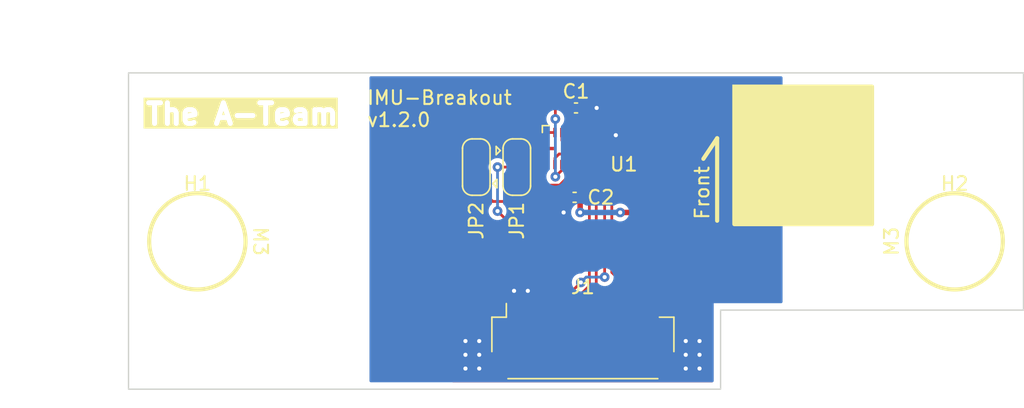
<source format=kicad_pcb>
(kicad_pcb (version 20221018) (generator pcbnew)
  (layers (0 "F.Cu" signal) (31 "B.Cu" signal) (34 "B.Paste" user) (35 "F.Paste" user) (36 "B.SilkS" user "B.Silkscreen") (37 "F.SilkS" user "F.Silkscreen") (38 "B.Mask" user) (39 "F.Mask" user) (44 "Edge.Cuts" user))
  (net 0 "")
  (net 1 "GND")
  (net 2 "+3V3")
  (net 3 "/IMU.INT2")
  (net 4 "/IMU.~{SS}2")
  (net 5 "/IMU.MOSI")
  (net 6 "/IMU.MISO")
  (net 7 "/INT1_ACCINT1")
  (net 8 "/INT4_GYROINT2")
  (net 9 "/IMU.~{SS}1")
  (net 10 "/IMU.INT1")
  (net 12 "/IMU.SCK")
  (net 13 "/INT3_GYROINT1")
  (net 14 "/INT2_ACCINT2")
  (footprint "Capacitor_SMD:C_0402_1005Metric" (layer "F.Cu") (at 118.07 86.6 180)
    (fp_text reference "C2" (at -1.9 0) (layer "F.SilkS"))
    (fp_text value "0.1uF 63V")
    (fp_line (start -0.107836 -0.36) (end 0.107836 -0.36) (stroke (width 0.12)) (layer "F.SilkS"))
    (fp_line (start -0.107836 0.36) (end 0.107836 0.36) (stroke (width 0.12)) (layer "F.SilkS"))
    (pad "1" smd roundrect (at -0.48 0 180) (size 0.56 0.62) (layers "F.Cu" "F.Paste" "F.Mask") (net 2 "+3V3"))
    (pad "2" smd roundrect (at 0.48 0 180) (size 0.56 0.62) (layers "F.Cu" "F.Paste" "F.Mask") (net 1 "GND"))
  )
  (footprint "Connector_JST:JST_SH_SM11B-SRSS-TB_1x11-1MP_P1.00mm_Horizontal" (layer "F.Cu") (at 118.67 97.1)
    (fp_text reference "J1" (at 0 -3.98) (layer "F.SilkS"))
    (fp_text value "BM11B-SRSS-TB")
    (fp_line (start -6.61 -1.785) (end -5.56 -1.785) (stroke (width 0.12)) (layer "F.SilkS"))
    (fp_line (start -6.61 0.715) (end -6.61 -1.785) (stroke (width 0.12)) (layer "F.SilkS"))
    (fp_line (start -5.56 -1.785) (end -5.56 -2.775) (stroke (width 0.12)) (layer "F.SilkS"))
    (fp_line (start -5.44 2.685) (end 5.44 2.685) (stroke (width 0.12)) (layer "F.SilkS"))
    (fp_line (start 6.61 -1.785) (end 5.56 -1.785) (stroke (width 0.12)) (layer "F.SilkS"))
    (fp_line (start 6.61 0.715) (end 6.61 -1.785) (stroke (width 0.12)) (layer "F.SilkS"))
    (pad "1" smd roundrect (at -5 -2) (size 0.6 1.55) (layers "F.Cu" "F.Paste" "F.Mask") (net 1 "GND"))
    (pad "2" smd roundrect (at -4 -2) (size 0.6 1.55) (layers "F.Cu" "F.Paste" "F.Mask") (net 1 "GND"))
    (pad "3" smd roundrect (at -3 -2) (size 0.6 1.55) (layers "F.Cu" "F.Paste" "F.Mask") (net 3 "/IMU.INT2"))
    (pad "4" smd roundrect (at -2 -2) (size 0.6 1.55) (layers "F.Cu" "F.Paste" "F.Mask") (net 10 "/IMU.INT1"))
    (pad "5" smd roundrect (at -1 -2) (size 0.6 1.55) (layers "F.Cu" "F.Paste" "F.Mask") (net 12 "/IMU.SCK"))
    (pad "6" smd roundrect (at 0 -2) (size 0.6 1.55) (layers "F.Cu" "F.Paste" "F.Mask") (net 6 "/IMU.MISO"))
    (pad "7" smd roundrect (at 1 -2) (size 0.6 1.55) (layers "F.Cu" "F.Paste" "F.Mask") (net 5 "/IMU.MOSI"))
    (pad "8" smd roundrect (at 2 -2) (size 0.6 1.55) (layers "F.Cu" "F.Paste" "F.Mask"))
    (pad "9" smd roundrect (at 3 -2) (size 0.6 1.55) (layers "F.Cu" "F.Paste" "F.Mask") (net 4 "/IMU.~{SS}2"))
    (pad "10" smd roundrect (at 4 -2) (size 0.6 1.55) (layers "F.Cu" "F.Paste" "F.Mask") (net 9 "/IMU.~{SS}1"))
    (pad "11" smd roundrect (at 5 -2) (size 0.6 1.55) (layers "F.Cu" "F.Paste" "F.Mask") (net 2 "+3V3"))
    (pad "MP" smd roundrect (at -6.3 1.875) (size 1.2 1.8) (layers "F.Cu" "F.Paste" "F.Mask") (roundrect_rratio 0.2083333333) (net 1 "GND"))
    (pad "MP" smd roundrect (at 6.3 1.875) (size 1.2 1.8) (layers "F.Cu" "F.Paste" "F.Mask") (roundrect_rratio 0.2083333333) (net 1 "GND"))
  )
  (footprint "MountingHole:MountingHole_3.2mm_M3" (layer "F.Cu") (at 90.67 89.8)
    (fp_text reference "H1" (at 0 -4.2) (layer "F.SilkS"))
    (fp_text value "M3")
    (pad "" np_thru_hole circle (at 0 0) (size 3.2 3.2) (drill 3.2) (layers "*.Cu" "*.Mask"))
  )
  (footprint "AT-IMU:LGA-16_3.0x4.5x0.95mm" (layer "F.Cu") (at 118.14 83.05)
    (fp_text reference "U1" (at 3.5 1.15) (layer "F.SilkS"))
    (fp_text value "BMI085")
    (fp_line (start -2.415 -1.665) (end -1.915 -1.665) (stroke (width 0.12)) (layer "F.SilkS"))
    (fp_line (start -2.415 -1.165) (end -2.415 -1.665) (stroke (width 0.12)) (layer "F.SilkS"))
    (pad "1" smd rect (at -1.5 -1.165) (size 0.25 0.675) (layers "F.Cu" "F.Paste" "F.Mask") (net 14 "/INT2_ACCINT2"))
    (pad "2" smd rect (at -1 -1.165) (size 0.25 0.675) (layers "F.Cu" "F.Paste" "F.Mask") (net 1 "GND"))
    (pad "3" smd rect (at -0.5 -1.165) (size 0.25 0.675) (layers "F.Cu" "F.Paste" "F.Mask") (net 2 "+3V3"))
    (pad "4" smd rect (at 0 -1.165) (size 0.25 0.675) (layers "F.Cu" "F.Paste" "F.Mask") (net 1 "GND"))
    (pad "5" smd rect (at 0.5 -1.165) (size 0.25 0.675) (layers "F.Cu" "F.Paste" "F.Mask") (net 4 "/IMU.~{SS}2"))
    (pad "6" smd rect (at 1 -1.165) (size 0.25 0.675) (layers "F.Cu" "F.Paste" "F.Mask") (net 1 "GND"))
    (pad "7" smd rect (at 1.5 -1.165) (size 0.25 0.675) (layers "F.Cu" "F.Paste" "F.Mask") (net 1 "GND"))
    (pad "8" smd rect (at 1.915 0 270) (size 0.25 0.675) (layers "F.Cu" "F.Paste" "F.Mask") (net 12 "/IMU.SCK"))
    (pad "9" smd rect (at 1.5 1.165) (size 0.25 0.675) (layers "F.Cu" "F.Paste" "F.Mask") (net 5 "/IMU.MOSI"))
    (pad "10" smd rect (at 1 1.165) (size 0.25 0.675) (layers "F.Cu" "F.Paste" "F.Mask") (net 6 "/IMU.MISO"))
    (pad "11" smd rect (at 0.5 1.165) (size 0.25 0.675) (layers "F.Cu" "F.Paste" "F.Mask") (net 2 "+3V3"))
    (pad "12" smd rect (at 0 1.165) (size 0.25 0.675) (layers "F.Cu" "F.Paste" "F.Mask") (net 13 "/INT3_GYROINT1"))
    (pad "13" smd rect (at -0.5 1.165) (size 0.25 0.675) (layers "F.Cu" "F.Paste" "F.Mask") (net 8 "/INT4_GYROINT2"))
    (pad "14" smd rect (at -1 1.165) (size 0.25 0.675) (layers "F.Cu" "F.Paste" "F.Mask") (net 9 "/IMU.~{SS}1"))
    (pad "15" smd rect (at -1.5 1.165) (size 0.25 0.675) (layers "F.Cu" "F.Paste" "F.Mask") (net 6 "/IMU.MISO"))
    (pad "16" smd rect (at -1.915 0 90) (size 0.25 0.675) (layers "F.Cu" "F.Paste" "F.Mask") (net 7 "/INT1_ACCINT1"))
  )
  (footprint "Jumper:SolderJumper-3_P1.3mm_Bridged12_RoundedPad1.0x1.5mm" (layer "F.Cu") (at 110.9275 84.4 90)
    (fp_text reference "JP2" (at -3.9 0 90) (layer "F.SilkS"))
    (fp_text value "SolderJumper_3_Bridged12")
    (fp_poly (pts (xy -0.9 -0.3) (xy -0.4 -0.3) (xy -0.4 0.3) (xy -0.9 0.3)) (fill solid) (layer "F.Cu"))
    (fp_line (start -2.05 0.3) (end -2.05 -0.3) (stroke (width 0.12)) (layer "F.SilkS"))
    (fp_line (start -1.5 1.5) (end -0.9 1.5) (stroke (width 0.12)) (layer "F.SilkS"))
    (fp_line (start -1.4 -1) (end 1.4 -1) (stroke (width 0.12)) (layer "F.SilkS"))
    (fp_line (start -1.2 1.2) (end -1.5 1.5) (stroke (width 0.12)) (layer "F.SilkS"))
    (fp_line (start -1.2 1.2) (end -0.9 1.5) (stroke (width 0.12)) (layer "F.SilkS"))
    (fp_line (start 1.4 1) (end -1.4 1) (stroke (width 0.12)) (layer "F.SilkS"))
    (fp_line (start 2.05 -0.3) (end 2.05 0.3) (stroke (width 0.12)) (layer "F.SilkS"))
    (fp_arc (start -2.05 -0.3) (mid -1.844975 -0.794975) (end -1.35 -1) (stroke (width 0.12)) (layer "F.SilkS"))
    (fp_arc (start -1.35 1) (mid -1.844975 0.794975) (end -2.05 0.3) (stroke (width 0.12)) (layer "F.SilkS"))
    (fp_arc (start 1.35 -1) (mid 1.844975 -0.794975) (end 2.05 -0.3) (stroke (width 0.12)) (layer "F.SilkS"))
    (fp_arc (start 2.05 0.3) (mid 1.844975 0.794975) (end 1.35 1) (stroke (width 0.12)) (layer "F.SilkS"))
    (pad "1" smd custom (at -1.3 0 90) (size 1 0.5) (layers "F.Cu" "F.Mask") (net 13 "/INT3_GYROINT1") (options (clearance outline) (anchor rect)) (primitives (gr_circle (center 0 0.25) (end 0.5 0.25) (width 0) (fill yes)) (gr_circle (center 0 -0.25) (end 0.5 -0.25) (width 0) (fill yes)) (gr_poly (pts (xy 0.55 0.75) (xy 0 0.75) (xy 0 -0.75) (xy 0.55 -0.75)) (width 0) (fill yes))))
    (pad "2" smd rect (at 0 0 90) (size 1 1.5) (layers "F.Cu" "F.Mask") (net 3 "/IMU.INT2"))
    (pad "3" smd custom (at 1.3 0 90) (size 1 0.5) (layers "F.Cu" "F.Mask") (net 14 "/INT2_ACCINT2") (options (clearance outline) (anchor rect)) (primitives (gr_circle (center 0 0.25) (end 0.5 0.25) (width 0) (fill yes)) (gr_circle (center 0 -0.25) (end 0.5 -0.25) (width 0) (fill yes)) (gr_poly (pts (xy 0 0.75) (xy -0.55 0.75) (xy -0.55 -0.75) (xy 0 -0.75)) (width 0) (fill yes))))
  )
  (footprint "MountingHole:MountingHole_3.2mm_M3" (layer "F.Cu") (at 145.67 89.8)
    (fp_text reference "H2" (at 0 -4.2) (layer "F.SilkS"))
    (fp_text value "M3")
    (pad "" np_thru_hole circle (at 0 0) (size 3.2 3.2) (drill 3.2) (layers "*.Cu" "*.Mask"))
  )
  (footprint "Capacitor_SMD:C_0402_1005Metric" (layer "F.Cu") (at 118.17 80.1)
    (fp_text reference "C1" (at 0 -1.2) (layer "F.SilkS"))
    (fp_text value "0.1uF 63V")
    (fp_line (start -0.107836 -0.36) (end 0.107836 -0.36) (stroke (width 0.12)) (layer "F.SilkS"))
    (fp_line (start -0.107836 0.36) (end 0.107836 0.36) (stroke (width 0.12)) (layer "F.SilkS"))
    (pad "1" smd roundrect (at -0.48 0) (size 0.56 0.62) (layers "F.Cu" "F.Paste" "F.Mask") (net 2 "+3V3"))
    (pad "2" smd roundrect (at 0.48 0) (size 0.56 0.62) (layers "F.Cu" "F.Paste" "F.Mask") (net 1 "GND"))
  )
  (footprint "Jumper:SolderJumper-3_P1.3mm_Bridged12_RoundedPad1.0x1.5mm" (layer "F.Cu") (at 113.87 84.4 -90)
    (fp_text reference "JP1" (at 3.9 0 90) (layer "F.SilkS"))
    (fp_text value "SolderJumper_3_Bridged12")
    (fp_poly (pts (xy -0.9 -0.3) (xy -0.4 -0.3) (xy -0.4 0.3) (xy -0.9 0.3)) (fill solid) (layer "F.Cu"))
    (fp_line (start -2.05 0.3) (end -2.05 -0.3) (stroke (width 0.12)) (layer "F.SilkS"))
    (fp_line (start -1.5 1.5) (end -0.9 1.5) (stroke (width 0.12)) (layer "F.SilkS"))
    (fp_line (start -1.4 -1) (end 1.4 -1) (stroke (width 0.12)) (layer "F.SilkS"))
    (fp_line (start -1.2 1.2) (end -1.5 1.5) (stroke (width 0.12)) (layer "F.SilkS"))
    (fp_line (start -1.2 1.2) (end -0.9 1.5) (stroke (width 0.12)) (layer "F.SilkS"))
    (fp_line (start 1.4 1) (end -1.4 1) (stroke (width 0.12)) (layer "F.SilkS"))
    (fp_line (start 2.05 -0.3) (end 2.05 0.3) (stroke (width 0.12)) (layer "F.SilkS"))
    (fp_arc (start -2.05 -0.3) (mid -1.844975 -0.794975) (end -1.35 -1) (stroke (width 0.12)) (layer "F.SilkS"))
    (fp_arc (start -1.35 1) (mid -1.844975 0.794975) (end -2.05 0.3) (stroke (width 0.12)) (layer "F.SilkS"))
    (fp_arc (start 1.35 -1) (mid 1.844975 -0.794975) (end 2.05 -0.3) (stroke (width 0.12)) (layer "F.SilkS"))
    (fp_arc (start 2.05 0.3) (mid 1.844975 0.794975) (end 1.35 1) (stroke (width 0.12)) (layer "F.SilkS"))
    (pad "1" smd custom (at -1.3 0 270) (size 1 0.5) (layers "F.Cu" "F.Mask") (net 7 "/INT1_ACCINT1") (options (clearance outline) (anchor rect)) (primitives (gr_circle (center 0 0.25) (end 0.5 0.25) (width 0) (fill yes)) (gr_circle (center 0 -0.25) (end 0.5 -0.25) (width 0) (fill yes)) (gr_poly (pts (xy 0.55 0.75) (xy 0 0.75) (xy 0 -0.75) (xy 0.55 -0.75)) (width 0) (fill yes))))
    (pad "2" smd rect (at 0 0 270) (size 1 1.5) (layers "F.Cu" "F.Mask") (net 10 "/IMU.INT1"))
    (pad "3" smd custom (at 1.3 0 270) (size 1 0.5) (layers "F.Cu" "F.Mask") (net 8 "/INT4_GYROINT2") (options (clearance outline) (anchor rect)) (primitives (gr_circle (center 0 0.25) (end 0.5 0.25) (width 0) (fill yes)) (gr_circle (center 0 -0.25) (end 0.5 -0.25) (width 0) (fill yes)) (gr_poly (pts (xy 0 0.75) (xy -0.55 0.75) (xy -0.55 -0.75) (xy 0 -0.75)) (width 0) (fill yes))))
  )
  (gr_rect (start 129.67 78.55) (end 139.67 88.55) (stroke (width 0.3)) (fill solid) (layer "F.SilkS"))
  (gr_circle (center 90.67 89.8) (end 94.17 89.8) (stroke (width 0.3)) (fill none) (layer "F.SilkS"))
  (gr_line (start 128.42 88.3) (end 128.42 82.3) (stroke (width 0.3)) (layer "F.SilkS"))
  (gr_line (start 128.42 82.3) (end 127.42 83.8) (stroke (width 0.3)) (layer "F.SilkS"))
  (gr_circle (center 145.67 89.8) (end 149.17 89.8) (stroke (width 0.3)) (fill none) (layer "F.SilkS"))
  (gr_poly (pts (xy 85.67 77.55) (xy 150.67 77.55) (xy 150.67 94.8) (xy 128.67 94.8) (xy 128.67 100.55) (xy 85.67 100.55)) (stroke (width 0.1)) (fill none) (layer "Edge.Cuts"))
  (gr_text "IMU-Breakout\nv1.2.0" (at 102.92 81.55) (layer "F.SilkS") (effects (font (size 1 1)) (justify left bottom)))
  (gr_text "M3" (at 141.67 89.8 90) (layer "F.SilkS") (effects (font (size 1 1)) (justify bottom)))
  (gr_text "The A-Team" (at 93.92 80.55) (layer "F.SilkS" knockout) (effects (font (size 1.5 1.5) (thickness 0.375) bold)))
  (gr_text "Front" (at 127.92 88.3 90) (layer "F.SilkS") (effects (font (size 1 1)) (justify left bottom)))
  (gr_text "M3" (at 94.67 89.8 -90) (layer "F.SilkS") (effects (font (size 1 1)) (justify bottom)))
  (segment (start 114.67 95.1) (end 114.67 93.4) (width 0.4) (layer "F.Cu") (net 1))
  (segment (start 117.34 82.65) (end 118.14 82.65) (width 0.2) (layer "F.Cu") (net 1))
  (segment (start 119.14 81.885) (end 119.64 81.885) (width 0.2) (layer "F.Cu") (net 1))
  (segment (start 118.14 81.885) (end 118.14 81.13) (width 0.2) (layer "F.Cu") (net 1))
  (segment (start 118.65 80.62) (end 118.65 80.1) (width 0.2) (layer "F.Cu") (net 1))
  (segment (start 117.14 82.45) (end 117.34 82.65) (width 0.2) (layer "F.Cu") (net 1))
  (segment (start 118.14 81.13) (end 118.65 80.62) (width 0.2) (layer "F.Cu") (net 1))
  (segment (start 117.14 81.885) (end 117.14 82.45) (width 0.2) (layer "F.Cu") (net 1))
  (segment (start 119.67 80.1) (end 118.65 80.1) (width 0.4) (layer "F.Cu") (net 1))
  (segment (start 113.67 95.1) (end 113.67 93.4) (width 0.4) (layer "F.Cu") (net 1))
  (segment (start 118.14 82.65) (end 118.94 82.65) (width 0.2) (layer "F.Cu") (net 1))
  (segment (start 119.64 81.885) (end 120.864518 81.885) (width 0.2) (layer "F.Cu") (net 1))
  (segment (start 118.94 82.65) (end 119.14 82.45) (width 0.2) (layer "F.Cu") (net 1))
  (segment (start 119.14 82.45) (end 119.14 81.885) (width 0.2) (layer "F.Cu") (net 1))
  (segment (start 118.14 81.885) (end 118.14 82.65) (width 0.2) (layer "F.Cu") (net 1))
  (segment (start 120.864518 81.885) (end 121.0605 82.080982) (width 0.2) (layer "F.Cu") (net 1))
  (segment (start 117.59 87.38) (end 117.59 86.6) (width 0.4) (layer "F.Cu") (net 1))
  (segment (start 117.27 87.7) (end 117.59 87.38) (width 0.4) (layer "F.Cu") (net 1))
  (via (at 111.14 98.05) (size 0.7) (drill 0.3) (layers "F.Cu" "B.Cu") (net 1))
  (via (at 110.14 97.05) (size 0.7) (drill 0.3) (layers "F.Cu" "B.Cu") (net 1))
  (via (at 110.14 98.05) (size 0.7) (drill 0.3) (layers "F.Cu" "B.Cu") (net 1))
  (via (at 114.67 93.4) (size 0.7) (drill 0.3) (layers "F.Cu" "B.Cu") (net 1))
  (via (at 119.67 80.1) (size 0.7) (drill 0.3) (layers "F.Cu" "B.Cu") (net 1))
  (via (at 111.14 97.05) (size 0.7) (drill 0.3) (layers "F.Cu" "B.Cu") (net 1))
  (via (at 121.0605 82.080982) (size 0.7) (drill 0.3) (layers "F.Cu" "B.Cu") (net 1))
  (via (at 126.14 98.05) (size 0.7) (drill 0.3) (layers "F.Cu" "B.Cu") (net 1))
  (via (at 127.14 99.05) (size 0.7) (drill 0.3) (layers "F.Cu" "B.Cu") (net 1))
  (via (at 127.14 98.05) (size 0.7) (drill 0.3) (layers "F.Cu" "B.Cu") (net 1))
  (via (at 127.14 97.05) (size 0.7) (drill 0.3) (layers "F.Cu" "B.Cu") (net 1))
  (via (at 126.14 97.05) (size 0.7) (drill 0.3) (layers "F.Cu" "B.Cu") (net 1))
  (via (at 113.67 93.4) (size 0.7) (drill 0.3) (layers "F.Cu" "B.Cu") (net 1))
  (via (at 110.14 99.05) (size 0.7) (drill 0.3) (layers "F.Cu" "B.Cu") (net 1))
  (via (at 111.14 99.05) (size 0.7) (drill 0.3) (layers "F.Cu" "B.Cu") (net 1))
  (via (at 117.27 87.7) (size 0.7) (drill 0.3) (layers "F.Cu" "B.Cu") (net 1))
  (via (at 126.14 99.05) (size 0.7) (drill 0.3) (layers "F.Cu" "B.Cu") (net 1))
  (segment (start 123.67 95.1) (end 123.67 87.7) (width 0.4) (layer "F.Cu") (net 2))
  (segment (start 118.64 84.215) (end 118.64 86.51) (width 0.2) (layer "F.Cu") (net 2))
  (segment (start 123.67 80.3) (end 122.57 79.2) (width 0.4) (layer "F.Cu") (net 2))
  (segment (start 118.64 86.51) (end 118.55 86.6) (width 0.2) (layer "F.Cu") (net 2))
  (segment (start 123.67 87.7) (end 121.3795 87.7) (width 0.4) (layer "F.Cu") (net 2))
  (segment (start 118.27 79.2) (end 117.69 79.78) (width 0.4) (layer "F.Cu") (net 2))
  (segment (start 118.47 87.7) (end 118.47 86.68) (width 0.4) (layer "F.Cu") (net 2))
  (segment (start 123.67 87.7) (end 123.67 80.3) (width 0.4) (layer "F.Cu") (net 2))
  (segment (start 122.57 79.2) (end 118.27 79.2) (width 0.4) (layer "F.Cu") (net 2))
  (segment (start 117.64 81.885) (end 117.64 80.15) (width 0.2) (layer "F.Cu") (net 2))
  (segment (start 117.69 79.78) (end 117.69 80.1) (width 0.4) (layer "F.Cu") (net 2))
  (segment (start 118.47 86.68) (end 118.55 86.6) (width 0.4) (layer "F.Cu") (net 2))
  (segment (start 117.64 80.15) (end 117.69 80.1) (width 0.2) (layer "F.Cu") (net 2))
  (via (at 118.47 87.7) (size 0.7) (drill 0.3) (layers "F.Cu" "B.Cu") (net 2))
  (via (at 121.3795 87.7) (size 0.7) (drill 0.3) (layers "F.Cu" "B.Cu") (net 2))
  (segment (start 121.3795 87.7) (end 118.47 87.7) (width 0.4) (layer "B.Cu") (net 2))
  (segment (start 110.0175 84.4) (end 109.37 85.0475) (width 0.2) (layer "F.Cu") (net 3))
  (segment (start 109.37 86.6) (end 115.67 92.9) (width 0.2) (layer "F.Cu") (net 3))
  (segment (start 110.9275 84.4) (end 110.0175 84.4) (width 0.2) (layer "F.Cu") (net 3))
  (segment (start 109.37 85.0475) (end 109.37 86.6) (width 0.2) (layer "F.Cu") (net 3))
  (segment (start 115.67 92.9) (end 115.67 95.1) (width 0.2) (layer "F.Cu") (net 3))
  (segment (start 118.9875 81) (end 120.87 81) (width 0.2) (layer "F.Cu") (net 4))
  (segment (start 120.87 81) (end 121.6705 81.8005) (width 0.2) (layer "F.Cu") (net 4))
  (segment (start 118.64 81.3475) (end 118.9875 81) (width 0.2) (layer "F.Cu") (net 4))
  (segment (start 118.64 81.885) (end 118.64 81.3475) (width 0.2) (layer "F.Cu") (net 4))
  (segment (start 120.77 92.057829) (end 121.67 92.957829) (width 0.2) (layer "F.Cu") (net 4))
  (segment (start 120.77 85.809116) (end 120.77 92.057829) (width 0.2) (layer "F.Cu") (net 4))
  (segment (start 121.6705 81.8005) (end 121.6705 84.908616) (width 0.2) (layer "F.Cu") (net 4))
  (segment (start 121.67 92.957829) (end 121.67 95.1) (width 0.2) (layer "F.Cu") (net 4))
  (segment (start 121.6705 84.908616) (end 120.77 85.809116) (width 0.2) (layer "F.Cu") (net 4))
  (segment (start 119.64 84.215) (end 119.64 95.07) (width 0.2) (layer "F.Cu") (net 5))
  (segment (start 119.64 95.07) (end 119.67 95.1) (width 0.2) (layer "F.Cu") (net 5))
  (segment (start 119.14 83.79125) (end 119.14 84.215) (width 0.2) (layer "F.Cu") (net 6))
  (segment (start 116.94 83.45) (end 118.79875 83.45) (width 0.2) (layer "F.Cu") (net 6))
  (segment (start 116.64 84.215) (end 116.64 83.75) (width 0.2) (layer "F.Cu") (net 6))
  (segment (start 119.14 93.03) (end 118.67 93.5) (width 0.2) (layer "F.Cu") (net 6))
  (segment (start 118.67 93.5) (end 118.67 95.1) (width 0.2) (layer "F.Cu") (net 6))
  (segment (start 118.79875 83.45) (end 119.14 83.79125) (width 0.2) (layer "F.Cu") (net 6))
  (segment (start 116.64 83.75) (end 116.94 83.45) (width 0.2) (layer "F.Cu") (net 6))
  (segment (start 119.14 84.215) (end 119.14 93.03) (width 0.2) (layer "F.Cu") (net 6))
  (segment (start 116.225 83.05) (end 113.92 83.05) (width 0.2) (layer "F.Cu") (net 7))
  (segment (start 113.92 83.05) (end 113.87 83.1) (width 0.2) (layer "F.Cu") (net 7))
  (segment (start 117.64 84.215) (end 117.64 85.047194) (width 0.2) (layer "F.Cu") (net 8))
  (segment (start 116.977194 85.71) (end 113.88 85.71) (width 0.2) (layer "F.Cu") (net 8))
  (segment (start 117.64 85.047194) (end 116.977194 85.71) (width 0.2) (layer "F.Cu") (net 8))
  (segment (start 113.88 85.71) (end 113.87 85.7) (width 0.2) (layer "F.Cu") (net 8))
  (segment (start 116.67 80.9) (end 116.67 79.7) (width 0.2) (layer "F.Cu") (net 9))
  (segment (start 123.07 96.5) (end 122.67 96.1) (width 0.2) (layer "F.Cu") (net 9))
  (segment (start 117.14 84.63) (end 116.67 85.1) (width 0.2) (layer "F.Cu") (net 9))
  (segment (start 122.87 78.5) (end 124.67 80.3) (width 0.2) (layer "F.Cu") (net 9))
  (segment (start 124.67 80.3) (end 124.67 96.1) (width 0.2) (layer "F.Cu") (net 9))
  (segment (start 117.14 84.215) (end 117.14 84.63) (width 0.2) (layer "F.Cu") (net 9))
  (segment (start 117.87 78.5) (end 122.87 78.5) (width 0.2) (layer "F.Cu") (net 9))
  (segment (start 124.27 96.5) (end 123.07 96.5) (width 0.2) (layer "F.Cu") (net 9))
  (segment (start 116.67 79.7) (end 117.87 78.5) (width 0.2) (layer "F.Cu") (net 9))
  (segment (start 122.67 96.1) (end 122.67 95.1) (width 0.2) (layer "F.Cu") (net 9))
  (segment (start 124.67 96.1) (end 124.27 96.5) (width 0.2) (layer "F.Cu") (net 9))
  (via (at 116.67 80.9) (size 0.7) (drill 0.3) (layers "F.Cu" "B.Cu") (net 9))
  (via (at 116.67 85.1) (size 0.7) (drill 0.3) (layers "F.Cu" "B.Cu") (net 9))
  (segment (start 116.67 85.1) (end 116.67 80.9) (width 0.2) (layer "B.Cu") (net 9))
  (segment (start 116.67 91.8) (end 116.67 95.1) (width 0.2) (layer "F.Cu") (net 10))
  (segment (start 113.87 84.4) (end 112.47 84.4) (width 0.2) (layer "F.Cu") (net 10))
  (segment (start 112.47 87.6) (end 116.67 91.8) (width 0.2) (layer "F.Cu") (net 10))
  (via (at 112.47 87.6) (size 0.7) (drill 0.3) (layers "F.Cu" "B.Cu") (net 10))
  (via (at 112.47 84.4) (size 0.7) (drill 0.3) (layers "F.Cu" "B.Cu") (net 10))
  (segment (start 112.47 84.4) (end 112.47 87.6) (width 0.2) (layer "B.Cu") (net 10))
  (segment (start 120.62 83.05) (end 120.87 83.3) (width 0.2) (layer "F.Cu") (net 12))
  (segment (start 120.87 85.1) (end 120.87 85.2) (width 0.2) (layer "F.Cu") (net 12))
  (segment (start 120.2495 85.8205) (end 120.2495 92.4) (width 0.2) (layer "F.Cu") (net 12))
  (segment (start 120.87 85.2) (end 120.47 85.6) (width 0.2) (layer "F.Cu") (net 12))
  (segment (start 120.055 83.05) (end 120.62 83.05) (width 0.2) (layer "F.Cu") (net 12))
  (segment (start 118.519268 92.788768) (end 117.67 93.638036) (width 0.2) (layer "F.Cu") (net 12))
  (segment (start 117.67 93.638036) (end 117.67 95.1) (width 0.2) (layer "F.Cu") (net 12))
  (segment (start 120.47 85.6) (end 120.2495 85.8205) (width 0.2) (layer "F.Cu") (net 12))
  (segment (start 120.87 83.3) (end 120.87 85.1) (width 0.2) (layer "F.Cu") (net 12))
  (via (at 118.519268 92.788768) (size 0.7) (drill 0.3) (layers "F.Cu" "B.Cu") (net 12))
  (via (at 120.2495 92.4) (size 0.7) (drill 0.3) (layers "F.Cu" "B.Cu") (net 12))
  (segment (start 118.908036 92.4) (end 118.519268 92.788768) (width 0.2) (layer "B.Cu") (net 12))
  (segment (start 120.2495 92.4) (end 118.908036 92.4) (width 0.2) (layer "B.Cu") (net 12))
  (segment (start 118.14 84.215) (end 118.14 85.13) (width 0.2) (layer "F.Cu") (net 13))
  (segment (start 116.37 86.9) (end 112.1275 86.9) (width 0.2) (layer "F.Cu") (net 13))
  (segment (start 112.1275 86.9) (end 110.9275 85.7) (width 0.2) (layer "F.Cu") (net 13))
  (segment (start 118.14 85.13) (end 116.37 86.9) (width 0.2) (layer "F.Cu") (net 13))
  (segment (start 116.64 81.885) (end 112.1425 81.885) (width 0.2) (layer "F.Cu") (net 14))
  (segment (start 112.1425 81.885) (end 110.9275 83.1) (width 0.2) (layer "F.Cu") (net 14))
  (zone (net 1) (net_name "GND") (layer "F.Cu") (connect_pads yes (clearance 0.3)) (min_thickness 0.2) (fill yes (thermal_gap 0.2) (thermal_bridge_width 0.2))
    (polygon (pts (xy 109.14 100.05) (xy 128.14 100.05) (xy 128.14 94.35) (xy 109.14 94.35)))
  )
  (zone (net 1) (net_name "GND") (layer "B.Cu") (connect_pads yes (clearance 0.3)) (min_thickness 0.2) (fill yes (thermal_gap 0.2) (thermal_bridge_width 0.2))
    (polygon (pts (xy 133.17 94.3) (xy 128.17 94.3) (xy 128.17 100.05) (xy 103.17 100.05) (xy 103.17 77.8) (xy 133.17 77.8)))
  )
)
</source>
